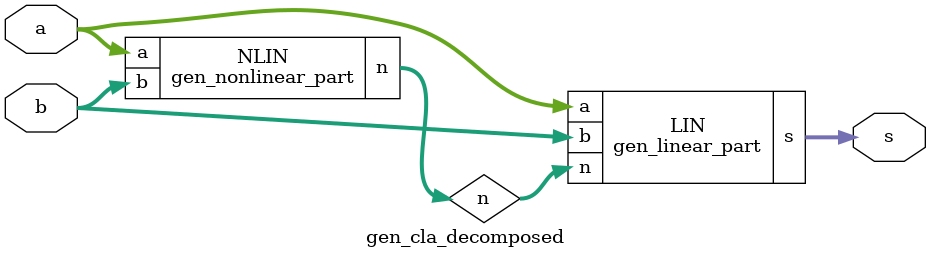
<source format=v>


module gen_nonlinear_part ( a, b, n );
  input [3:0] a;
  input [3:0] b;
  output [10:0] n;


  AN2D0 U1 ( .A1(b[2]), .A2(n[2]), .Z(n[9]) );
  AN2D0 U2 ( .A1(n[1]), .A2(b[2]), .Z(n[8]) );
  AN2D0 U3 ( .A1(a[2]), .A2(n[3]), .Z(n[7]) );
  AN2D0 U4 ( .A1(a[2]), .A2(n[2]), .Z(n[6]) );
  AN2D0 U5 ( .A1(a[2]), .A2(n[1]), .Z(n[5]) );
  AN2D0 U6 ( .A1(a[2]), .A2(b[2]), .Z(n[4]) );
  AN2D0 U7 ( .A1(n[0]), .A2(a[1]), .Z(n[2]) );
  AN2D0 U8 ( .A1(a[1]), .A2(b[1]), .Z(n[1]) );
  AN2D0 U9 ( .A1(n[3]), .A2(b[2]), .Z(n[10]) );
  AN2D0 U10 ( .A1(n[0]), .A2(b[1]), .Z(n[3]) );
  AN2D0 U11 ( .A1(b[0]), .A2(a[0]), .Z(n[0]) );
endmodule


module gen_linear_part ( a, b, n, s );
  input [3:0] a;
  input [3:0] b;
  input [10:0] n;
  output [3:0] s;
  wire   n1, n2, n3;

  XOR3D0 U1 ( .A1(n1), .A2(n2), .A3(n[9]), .Z(s[3]) );
  XOR4D0 U2 ( .A1(b[3]), .A2(a[3]), .A3(n[4]), .A4(n[10]), .Z(n2) );
  XOR4D0 U3 ( .A1(n[6]), .A2(n[5]), .A3(n[8]), .A4(n[7]), .Z(n1) );
  XOR3D0 U4 ( .A1(b[2]), .A2(a[2]), .A3(n3), .Z(s[2]) );
  XOR3D0 U5 ( .A1(n[3]), .A2(n[2]), .A3(n[1]), .Z(n3) );
  XOR3D0 U6 ( .A1(n[0]), .A2(b[1]), .A3(a[1]), .Z(s[1]) );
  XOR2D0 U7 ( .A1(b[0]), .A2(a[0]), .Z(s[0]) );
endmodule


module gen_cla_decomposed ( a, b, s );
  input [3:0] a;
  input [3:0] b;
  output [3:0] s;

  wire   [10:0] n;

  gen_nonlinear_part NLIN ( .a(a), .b(b), .n(n) );
  gen_linear_part LIN ( .a(a), .b(b), .n(n), .s(s) );
endmodule


</source>
